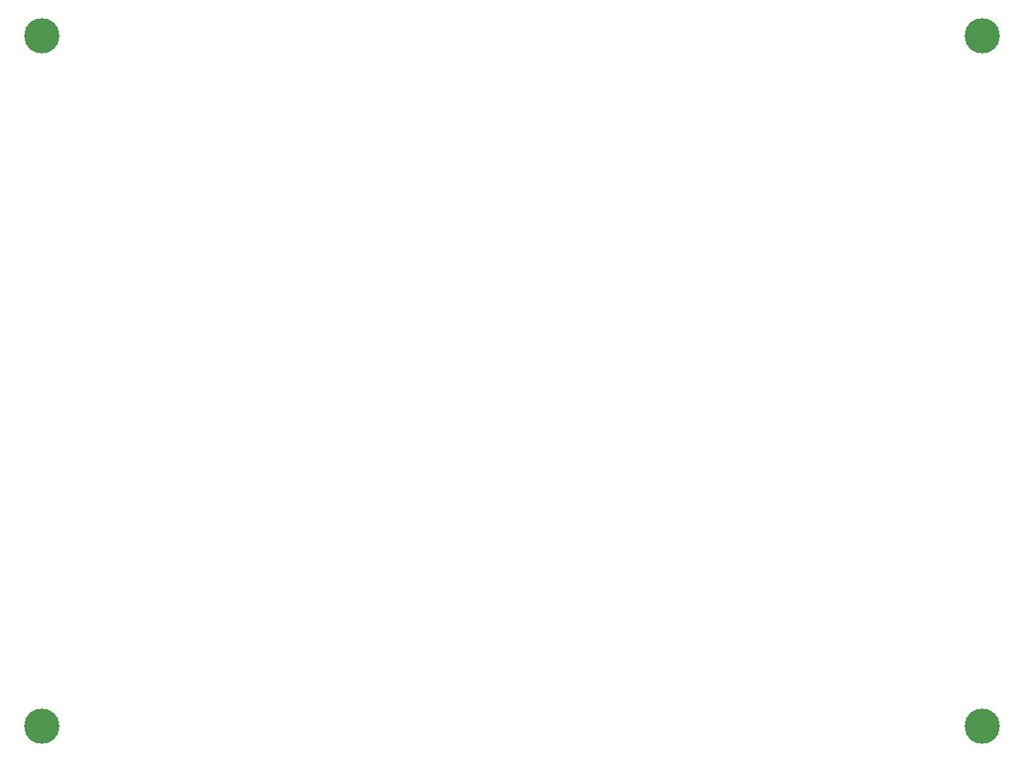
<source format=gtl>
G04 #@! TF.GenerationSoftware,KiCad,Pcbnew,8.0.4*
G04 #@! TF.CreationDate,2024-12-21T03:22:47+01:00*
G04 #@! TF.ProjectId,C64 Joykey Faceplate X1,43363420-4a6f-4796-9b65-792046616365,rev?*
G04 #@! TF.SameCoordinates,Original*
G04 #@! TF.FileFunction,Copper,L1,Top*
G04 #@! TF.FilePolarity,Positive*
%FSLAX46Y46*%
G04 Gerber Fmt 4.6, Leading zero omitted, Abs format (unit mm)*
G04 Created by KiCad (PCBNEW 8.0.4) date 2024-12-21 03:22:47*
%MOMM*%
%LPD*%
G01*
G04 APERTURE LIST*
G04 #@! TA.AperFunction,ComponentPad*
%ADD10C,3.500000*%
G04 #@! TD*
G04 APERTURE END LIST*
D10*
X144145000Y-154305000D03*
X237490000Y-154305000D03*
X237490000Y-85725000D03*
X144145000Y-85725000D03*
M02*

</source>
